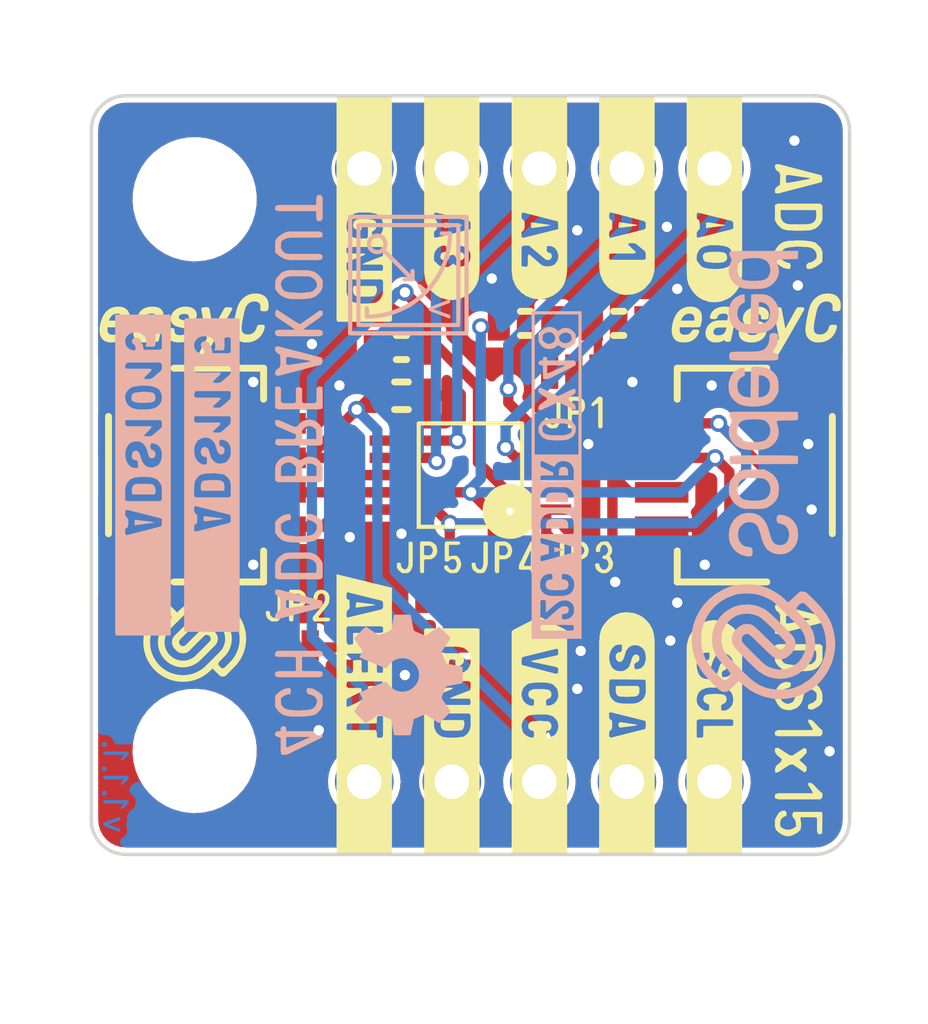
<source format=kicad_pcb>
(kicad_pcb (version 20211014) (generator pcbnew)
  (title_block (title "4CH ADC breakout ADS1x15") (date "2021-07-01") (rev "V1.1.1.") (company "SOLDERED") (comment 1 "333094"))
  (layers (0 "F.Cu" signal) (31 "B.Cu" signal) (34 "B.Paste" user) (35 "F.Paste" user) (36 "B.SilkS" user "B.Silkscreen") (37 "F.SilkS" user "F.Silkscreen") (38 "B.Mask" user) (39 "F.Mask" user) (44 "Edge.Cuts" user))
  (net 0 "")
  (net 1 "GND")
  (net 2 "VCC")
  (net 3 "Net-(JP1-Pad3)")
  (net 4 "Net-(JP1-Pad1)")
  (net 5 "ADDR")
  (net 6 "SDA")
  (net 7 "SCL")
  (net 8 "AIN0")
  (net 9 "AIN1")
  (net 10 "AIN2")
  (net 11 "AIN3")
  (net 12 "ALERT{slash}RDY")
  (footprint "e-radionica.com footprinti:0603C" (layer "F.Cu") (at 100.5 135.2)
    (fp_text reference "C1")
    (fp_text value "0.1uF")
    (pad "1" smd rect locked (at -0.73 0) (size 0.66 1) (layers "F.Cu" "F.Paste" "F.Mask") (net 2 "VCC"))
    (pad "2" smd rect locked (at 0.73 0) (size 0.66 1) (layers "F.Cu" "F.Paste" "F.Mask") (net 1 "GND"))
  )
  (footprint "e-radionica.com footprinti:easyC-connector" (layer "F.Cu") (at 110.2 137.5 -90)
    (fp_text reference "K4")
    (fp_text value "easyC-SMD")
    (pad "1" smd rect locked (at -1.5 2.15 270) (size 0.6 1.55) (layers "F.Cu" "F.Paste" "F.Mask") (net 7 "SCL"))
    (pad "2" smd rect locked (at -0.5 2.15 270) (size 0.6 1.55) (layers "F.Cu" "F.Paste" "F.Mask") (net 6 "SDA"))
    (pad "3" smd rect locked (at 0.5 2.15 270) (size 0.6 1.55) (layers "F.Cu" "F.Paste" "F.Mask") (net 2 "VCC"))
    (pad "4" smd rect locked (at 1.5 2.15 270) (size 0.6 1.55) (layers "F.Cu" "F.Paste" "F.Mask") (net 1 "GND"))
    (pad "5" smd rect locked (at 2.6 -2.15 270) (size 1.2 1.8) (layers "F.Cu" "F.Paste" "F.Mask") (net 1 "GND"))
    (pad "5" smd rect locked (at -2.6 -2.15 270) (size 1.2 1.8) (layers "F.Cu" "F.Paste" "F.Mask") (net 1 "GND"))
  )
  (footprint "e-radionica.com footprinti:0603R" (layer "F.Cu") (at 106.8 133.1)
    (fp_text reference "R2")
    (fp_text value "10k")
    (pad "1" smd rect locked (at -0.775 0 90) (size 1 0.64) (layers "F.Cu" "F.Paste" "F.Mask") (net 3 "Net-(JP1-Pad3)"))
    (pad "2" smd rect locked (at 0.775 0 90) (size 1 0.64) (layers "F.Cu" "F.Paste" "F.Mask") (net 7 "SCL"))
  )
  (footprint "buzzardLabel" (layer "F.Cu") (at 104.5 126.1 -90)
    (fp_text reference "" (at 0 0 90) (layer "F.SilkS") (effects (font (size 1.27 1.27))))
    (fp_text value "" (at 0 0 90) (layer "F.SilkS") (effects (font (size 1.27 1.27))))
  )
  (footprint "buzzardLabel" (layer "F.Cu") (at 97.5 141.3)
    (fp_text reference "" (at 0 0) (layer "F.SilkS") (effects (font (size 1.27 1.27))))
    (fp_text value "" (at 0 0) (layer "F.SilkS") (effects (font (size 1.27 1.27))))
  )
  (footprint "buzzardLabel" (layer "F.Cu") (at 101.96 148.9 -90)
    (fp_text reference "" (at 0 0 90) (layer "F.SilkS") (effects (font (size 1.27 1.27))))
    (fp_text value "" (at 0 0 90) (layer "F.SilkS") (effects (font (size 1.27 1.27))))
  )
  (footprint "buzzardLabel" (layer "F.Cu") (at 104.5 148.9 -90)
    (fp_text reference "" (at 0 0 90) (layer "F.SilkS") (effects (font (size 1.27 1.27))))
    (fp_text value "" (at 0 0 90) (layer "F.SilkS") (effects (font (size 1.27 1.27))))
  )
  (footprint "e-radionica.com footprinti:SMD_JUMPER_3_PAD_TRACE" (layer "F.Cu") (at 105.5 134.5)
    (fp_text reference "JP1")
    (fp_text value "SMD_JUMPER_3_PAD_TRACE")
    (fp_poly (pts (xy 0.45 0.05) (xy 0.25 0.05) (xy 0.25 -0.05) (xy 0.45 -0.05)) (layer "F.Cu") (width 0.1) (fill solid))
    (fp_poly (pts (xy -0.25 0.05) (xy -0.45 0.05) (xy -0.45 -0.05) (xy -0.25 -0.05)) (layer "F.Cu") (width 0.1) (fill solid))
    (pad "1" smd rect (at -0.7 0 180) (size 0.5 1) (layers "F.Cu" "F.Mask") (net 4 "Net-(JP1-Pad1)"))
    (pad "2" smd custom (at 0 0 180) (size 0.5 1) (layers "F.Cu" "F.Mask") (net 2 "VCC") (options (clearance outline) (anchor rect)) (primitives))
    (pad "3" smd rect (at 0.7 0 180) (size 0.5 1) (layers "F.Cu" "F.Mask") (net 3 "Net-(JP1-Pad3)"))
  )
  (footprint "Soldered Graphics:Logo-Front-Soldered-3mm" (layer "F.Cu") (at 94.5 142.3 -90)
    (fp_text reference "G***" hide)
    (fp_text value "LOGO" hide)
  )
  (footprint "buzzardLabel" (layer "F.Cu") (at 101.3 139.9)
    (fp_text reference "" (at 0 0) (layer "F.SilkS") (effects (font (size 1.27 1.27))))
    (fp_text value "" (at 0 0) (layer "F.SilkS") (effects (font (size 1.27 1.27))))
  )
  (footprint "buzzardLabel" (layer "F.Cu") (at 109.58 148.9 -90)
    (fp_text reference "" (at 0 0 90) (layer "F.SilkS") (effects (font (size 1.27 1.27))))
    (fp_text value "" (at 0 0 90) (layer "F.SilkS") (effects (font (size 1.27 1.27))))
  )
  (footprint "buzzardLabel" (layer "F.Cu") (at 101.96 126.1 -90)
    (fp_text reference "" (at 0 0 90) (layer "F.SilkS") (effects (font (size 1.27 1.27))))
    (fp_text value "" (at 0 0 90) (layer "F.SilkS") (effects (font (size 1.27 1.27))))
  )
  (footprint "buzzardLabel" (layer "F.Cu") (at 99.42 126.1 -90)
    (fp_text reference "" (at 0 0 90) (layer "F.SilkS") (effects (font (size 1.27 1.27))))
    (fp_text value "" (at 0 0 90) (layer "F.SilkS") (effects (font (size 1.27 1.27))))
  )
  (footprint "buzzardLabel" (layer "F.Cu") (at 107.04 126.1 -90)
    (fp_text reference "" (at 0 0 90) (layer "F.SilkS") (effects (font (size 1.27 1.27))))
    (fp_text value "" (at 0 0 90) (layer "F.SilkS") (effects (font (size 1.27 1.27))))
  )
  (footprint "Soldered Graphics:Logo-Back-OSH-3.5mm" (layer "F.Cu") (at 100.7 143.3 -90)
    (fp_text reference "G***" hide)
    (fp_text value "LOGO" hide)
  )
  (footprint "buzzardLabel" (layer "F.Cu") (at 99.42 148.9 -90)
    (fp_text reference "" (at 0 0 90) (layer "F.SilkS") (effects (font (size 1.27 1.27))))
    (fp_text value "" (at 0 0 90) (layer "F.SilkS") (effects (font (size 1.27 1.27))))
  )
  (footprint "buzzardLabel" (layer "F.Cu") (at 103.5 139.9)
    (fp_text reference "" (at 0 0) (layer "F.SilkS") (effects (font (size 1.27 1.27))))
    (fp_text value "" (at 0 0) (layer "F.SilkS") (effects (font (size 1.27 1.27))))
  )
  (footprint "Soldered Graphics:Logo-Back-SolderedFULL-13mm" (layer "F.Cu") (at 111 137.5 -90)
    (fp_text reference "REF**" hide)
    (fp_text value "Logo-Front-SolderedFULL-13mm" hide)
  )
  (footprint "e-radionica.com footprinti:FIDUCIAL_23" (layer "F.Cu") (at 93.5 137.5 -90)
    (fp_text reference "FD1")
    (fp_text value "FIDUCIAL")
    (fp_circle (center 0 0) (end 1 0) (layer "F.Cu") (width 0.2) (fill none))
    (pad "1" smd circle (at 0 0 270) (size 1 1) (layers "F.Cu" "F.Paste" "F.Mask") (clearance 1.1))
  )
  (footprint "Soldered Graphics:Logo-Front-easyC-5mm" (layer "F.Cu") (at 94.2 133.1)
    (fp_text reference "G***" hide)
    (fp_text value "LOGO" hide)
  )
  (footprint "e-radionica.com footprinti:0603R" (layer "F.Cu") (at 104.1 133.1)
    (fp_text reference "R3")
    (fp_text value "10k")
    (pad "1" smd rect locked (at -0.775 0 90) (size 1 0.64) (layers "F.Cu" "F.Paste" "F.Mask") (net 6 "SDA"))
    (pad "2" smd rect locked (at 0.775 0 90) (size 1 0.64) (layers "F.Cu" "F.Paste" "F.Mask") (net 4 "Net-(JP1-Pad1)"))
  )
  (footprint "buzzardLabel" (layer "F.Cu") (at 112 144.6 -90)
    (fp_text reference "" (at 0 0 90) (layer "F.SilkS") (effects (font (size 1.27 1.27))))
    (fp_text value "" (at 0 0 90) (layer "F.SilkS") (effects (font (size 1.27 1.27))))
  )
  (footprint "e-radionica.com footprinti:SMD_JUMPER_CONNECTED" (layer "F.Cu") (at 97.5 142.5 180)
    (fp_text reference "JP2")
    (fp_text value "0x48")
    (pad "1" smd rect locked (at -0.35 0 180) (size 0.5 1) (layers "F.Cu" "F.Paste" "F.Mask") (net 5 "ADDR"))
    (pad "2" smd rect locked (at 0.35 0 180) (size 0.5 1) (layers "F.Cu" "F.Paste" "F.Mask") (net 1 "GND"))
  )
  (footprint "buzzardLabel" (layer "F.Cu") (at 105.7 139.9)
    (fp_text reference "" (at 0 0) (layer "F.SilkS") (effects (font (size 1.27 1.27))))
    (fp_text value "" (at 0 0) (layer "F.SilkS") (effects (font (size 1.27 1.27))))
  )
  (footprint "e-radionica.com footprinti:0603R" (layer "F.Cu") (at 100.5 133.8 180)
    (fp_text reference "R1")
    (fp_text value "10k")
    (pad "1" smd rect locked (at -0.775 0 270) (size 1 0.64) (layers "F.Cu" "F.Paste" "F.Mask") (net 12 "ALERT{slash}RDY"))
    (pad "2" smd rect locked (at 0.775 0 270) (size 1 0.64) (layers "F.Cu" "F.Paste" "F.Mask") (net 2 "VCC"))
  )
  (footprint "buzzardLabel" (layer "F.Cu") (at 112 130 -90)
    (fp_text reference "" (at 0 0 90) (layer "F.SilkS") (effects (font (size 1.27 1.27))))
    (fp_text value "" (at 0 0 90) (layer "F.SilkS") (effects (font (size 1.27 1.27))))
  )
  (footprint "e-radionica.com footprinti:HOLE_3.2mm" (layer "F.Cu") (at 94.5 129.5 -90)
    (fp_text reference "H1" hide)
    (fp_text value "HOLE_3.2mm" hide)
    (pad "" np_thru_hole circle locked (at 0 0 270) (size 3.2 3.2) (drill 3.2) (layers F&B.Cu *.Mask))
  )
  (footprint "buzzardLabel" (layer "F.Cu") (at 109.58 126.1 -90)
    (fp_text reference "" (at 0 0 90) (layer "F.SilkS") (effects (font (size 1.27 1.27))))
    (fp_text value "" (at 0 0 90) (layer "F.SilkS") (effects (font (size 1.27 1.27))))
  )
  (footprint "e-radionica.com footprinti:SMD_JUMPER" (layer "F.Cu") (at 105.5 141)
    (fp_text reference "JP3")
    (fp_text value "0x49")
    (pad "1" smd rect locked (at -0.35 0) (size 0.5 1) (layers "F.Cu" "F.Paste" "F.Mask") (net 5 "ADDR"))
    (pad "2" smd rect locked (at 0.35 0) (size 0.5 1) (layers "F.Cu" "F.Paste" "F.Mask") (net 2 "VCC"))
  )
  (footprint "buzzardLabel" (layer "F.Cu") (at 107.04 148.9 -90)
    (fp_text reference "" (at 0 0 90) (layer "F.SilkS") (effects (font (size 1.27 1.27))))
    (fp_text value "" (at 0 0 90) (layer "F.SilkS") (effects (font (size 1.27 1.27))))
  )
  (footprint "e-radionica.com footprinti:SMD_JUMPER" (layer "F.Cu") (at 103.5 141 180)
    (fp_text reference "JP4")
    (fp_text value "0x4A")
    (pad "1" smd rect locked (at -0.35 0 180) (size 0.5 1) (layers "F.Cu" "F.Paste" "F.Mask") (net 5 "ADDR"))
    (pad "2" smd rect locked (at 0.35 0 180) (size 0.5 1) (layers "F.Cu" "F.Paste" "F.Mask") (net 6 "SDA"))
  )
  (footprint "e-radionica.com footprinti:HOLE_3.2mm" (layer "F.Cu") (at 94.5 145.5 -90)
    (fp_text reference "H2" hide)
    (fp_text value "HOLE_3.2mm" hide)
    (pad "" np_thru_hole circle locked (at 0 0 270) (size 3.2 3.2) (drill 3.2) (layers F&B.Cu *.Mask))
  )
  (footprint "e-radionica.com footprinti:SMD_JUMPER" (layer "F.Cu") (at 101.5 141 180)
    (fp_text reference "JP5")
    (fp_text value "0x4B")
    (pad "1" smd rect locked (at -0.35 0 180) (size 0.5 1) (layers "F.Cu" "F.Paste" "F.Mask") (net 5 "ADDR"))
    (pad "2" smd rect locked (at 0.35 0 180) (size 0.5 1) (layers "F.Cu" "F.Paste" "F.Mask") (net 7 "SCL"))
  )
  (footprint "Soldered Graphics:Logo-Front-easyC-5mm" (layer "F.Cu") (at 110.8 133.1)
    (fp_text reference "G***" hide)
    (fp_text value "LOGO" hide)
  )
  (footprint "e-radionica.com footprinti:easyC-connector" (layer "F.Cu") (at 94.8 137.5 90)
    (fp_text reference "K3")
    (fp_text value "easyC-SMD")
    (pad "1" smd rect locked (at -1.5 2.15 90) (size 0.6 1.55) (layers "F.Cu" "F.Paste" "F.Mask") (net 7 "SCL"))
    (pad "2" smd rect locked (at -0.5 2.15 90) (size 0.6 1.55) (layers "F.Cu" "F.Paste" "F.Mask") (net 6 "SDA"))
    (pad "3" smd rect locked (at 0.5 2.15 90) (size 0.6 1.55) (layers "F.Cu" "F.Paste" "F.Mask") (net 2 "VCC"))
    (pad "4" smd rect locked (at 1.5 2.15 90) (size 0.6 1.55) (layers "F.Cu" "F.Paste" "F.Mask") (net 1 "GND"))
    (pad "5" smd rect locked (at 2.6 -2.15 90) (size 1.2 1.8) (layers "F.Cu" "F.Paste" "F.Mask") (net 1 "GND"))
    (pad "5" smd rect locked (at -2.6 -2.15 90) (size 1.2 1.8) (layers "F.Cu" "F.Paste" "F.Mask") (net 1 "GND"))
  )
  (footprint "e-radionica.com footprinti:VSSOP" (layer "F.Cu") (at 102.5 137.5 180)
    (fp_text reference "U1")
    (fp_text value "ADS1115")
    (pad "1" smd rect locked (at -2.2 -1 180) (size 1.45 0.3) (layers "F.Cu" "F.Paste" "F.Mask") (net 5 "ADDR"))
    (pad "2" smd rect locked (at -2.2 -0.5 180) (size 1.45 0.3) (layers "F.Cu" "F.Paste" "F.Mask") (net 12 "ALERT{slash}RDY"))
    (pad "3" smd rect locked (at -2.2 0 180) (size 1.45 0.3) (layers "F.Cu" "F.Paste" "F.Mask") (net 1 "GND"))
    (pad "4" smd rect locked (at -2.2 0.5 180) (size 1.45 0.3) (layers "F.Cu" "F.Paste" "F.Mask") (net 8 "AIN0"))
    (pad "5" smd rect locked (at -2.2 1 180) (size 1.45 0.3) (layers "F.Cu" "F.Paste" "F.Mask") (net 9 "AIN1"))
    (pad "6" smd rect locked (at 2.2 1 180) (size 1.45 0.3) (layers "F.Cu" "F.Paste" "F.Mask") (net 10 "AIN2"))
    (pad "7" smd rect locked (at 2.2 0.5 180) (size 1.45 0.3) (layers "F.Cu" "F.Paste" "F.Mask") (net 11 "AIN3"))
    (pad "8" smd rect locked (at 2.2 0 180) (size 1.45 0.3) (layers "F.Cu" "F.Paste" "F.Mask") (net 2 "VCC"))
    (pad "9" smd rect locked (at 2.2 -0.5 180) (size 1.45 0.3) (layers "F.Cu" "F.Paste" "F.Mask") (net 6 "SDA"))
    (pad "10" smd rect locked (at 2.2 -1 180) (size 1.45 0.3) (layers "F.Cu" "F.Paste" "F.Mask") (net 7 "SCL"))
  )
  (footprint "buzzardLabel" (layer "F.Cu") (at 105.5 135.7)
    (fp_text reference "" (at 0 0) (layer "F.SilkS") (effects (font (size 1.27 1.27))))
    (fp_text value "" (at 0 0) (layer "F.SilkS") (effects (font (size 1.27 1.27))))
  )
  (footprint "Soldered Graphics:Symbol-Front-I2C-ADDR-Field" (layer "B.Cu") (at 105 137.5 90)
    (fp_text reference "REF**" hide)
    (fp_text value "Symbol-Front-I2C-ADDR-Field" hide)
  )
  (footprint "buzzardLabel" (layer "B.Cu") (at 105 134.85 90)
    (fp_text reference "" (at 0 0 90) (layer "B.SilkS") (effects (font (size 1.27 1.27)) (justify mirror)))
    (fp_text value "" (at 0 0 90) (layer "B.SilkS") (effects (font (size 1.27 1.27)) (justify mirror)))
  )
  (footprint "buzzardLabel" (layer "B.Cu") (at 95 137.5 90)
    (fp_text reference "" (at 0 0 90) (layer "B.SilkS") (effects (font (size 1.27 1.27)) (justify mirror)))
    (fp_text value "" (at 0 0 90) (layer "B.SilkS") (effects (font (size 1.27 1.27)) (justify mirror)))
  )
  (footprint "buzzardLabel" (layer "B.Cu") (at 97.5 137.5 90)
    (fp_text reference "" (at 0 0 90) (layer "B.SilkS") (effects (font (size 1.27 1.27)) (justify mirror)))
    (fp_text value "" (at 0 0 90) (layer "B.SilkS") (effects (font (size 1.27 1.27)) (justify mirror)))
  )
  (footprint "e-radionica.com footprinti:HEADER_MALE_1X1" (layer "B.Cu") (at 99.42 146.39 90)
    (fp_text reference "K5")
    (fp_text value "HEADER_MALE_1X1")
    (pad "1" thru_hole circle locked (at 0 0 90) (size 1.7 1.7) (drill 1) (layers *.Cu *.Mask) (net 12 "ALERT{slash}RDY"))
  )
  (footprint "e-radionica.com footprinti:HEADER_MALE_5X1" (layer "B.Cu") (at 104.5 128.61)
    (fp_text reference "K1")
    (fp_text value "HEADER_MALE_5X1")
    (pad "1" thru_hole circle locked (at -5.08 0) (size 1.7 1.7) (drill 1) (layers *.Cu *.Mask) (net 1 "GND"))
    (pad "2" thru_hole circle locked (at -2.54 0) (size 1.7 1.7) (drill 1) (layers *.Cu *.Mask) (net 11 "AIN3"))
    (pad "3" thru_hole circle locked (at 0 0) (size 1.7 1.7) (drill 1) (layers *.Cu *.Mask) (net 10 "AIN2"))
    (pad "4" thru_hole circle locked (at 2.54 0) (size 1.7 1.7) (drill 1) (layers *.Cu *.Mask) (net 9 "AIN1"))
    (pad "5" thru_hole circle locked (at 5.08 0) (size 1.7 1.7) (drill 1) (layers *.Cu *.Mask) (net 8 "AIN0"))
  )
  (footprint "Soldered Graphics:Symbol-Front-Voltmeter" (layer "B.Cu") (at 100.7 131.7 90)
    (fp_text reference "G***" hide)
    (fp_text value "LOGO" hide)
  )
  (footprint "e-radionica.com footprinti:HEADER_MALE_4X1" (layer "B.Cu") (at 105.77 146.39)
    (fp_text reference "K2")
    (fp_text value "HEADER_MALE_4X1")
    (pad "1" thru_hole circle locked (at -3.81 0) (size 1.7 1.7) (drill 1) (layers *.Cu *.Mask) (net 1 "GND"))
    (pad "2" thru_hole circle locked (at -1.27 0) (size 1.7 1.7) (drill 1) (layers *.Cu *.Mask) (net 2 "VCC"))
    (pad "3" thru_hole circle locked (at 1.27 0) (size 1.7 1.7) (drill 1) (layers *.Cu *.Mask) (net 6 "SDA"))
    (pad "4" thru_hole circle locked (at 3.81 0) (size 1.7 1.7) (drill 1) (layers *.Cu *.Mask) (net 7 "SCL"))
  )
  (footprint "Soldered Graphics:Version1.1.1." (layer "B.Cu") (at 92.2 146.5 90)
    (fp_text reference "REF**" hide)
    (fp_text value "Version1.1.1." hide)
    (fp_poly (pts (xy -0.5 -0.35) (xy -0.44 -0.35) (xy -0.43 -0.31) (xy -0.43 0.35) (xy -0.46 0.38) (xy -0.52 0.38) (xy -0.55 0.34) (xy -0.67 0.22) (xy -0.68 0.17) (xy -0.65 0.16) (xy -0.56 0.22) (xy -0.52 0.23) (xy -0.52 -0.31) (xy -0.5 -0.35)) (layer "B.Cu") (width 0.01) (fill solid))
    (fp_poly (pts (xy 0.43 -0.38) (xy 0.48 -0.38) (xy 0.54 -0.37) (xy 0.54 -0.33) (xy 0.54 -0.27) (xy 0.5 -0.26) (xy 0.45 -0.26) (xy 0.42 -0.29) (xy 0.42 -0.34) (xy 0.43 -0.38)) (layer "B.Cu") (width 0.01) (fill solid))
    (fp_poly (pts (xy 0.21 -0.35) (xy 0.26 -0.35) (xy 0.28 -0.31) (xy 0.28 0.35) (xy 0.24 0.38) (xy 0.19 0.38) (xy 0.15 0.34) (xy 0.04 0.22) (xy 0.02 0.17) (xy 0.05 0.16) (xy 0.14 0.22) (xy 0.18 0.23) (xy 0.18 -0.31) (xy 0.21 -0.35)) (layer "B.Cu") (width 0.01) (fill solid))
    (fp_poly (pts (xy 0.91 -0.35) (xy 0.96 -0.35) (xy 0.98 -0.31) (xy 0.98 0.35) (xy 0.95 0.38) (xy 0.89 0.38) (xy 0.86 0.34) (xy 0.74 0.22) (xy 0.73 0.17) (xy 0.76 0.16) (xy 0.85 0.22) (xy 0.89 0.23) (xy 0.89 -0.31) (xy 0.91 -0.35)) (layer "B.Cu") (width 0.01) (fill solid))
    (fp_poly (pts (xy -0.27 -0.38) (xy -0.22 -0.38) (xy -0.17 -0.37) (xy -0.16 -0.33) (xy -0.16 -0.27) (xy -0.21 -0.26) (xy -0.26 -0.26) (xy -0.29 -0.29) (xy -0.29 -0.34) (xy -0.27 -0.38)) (layer "B.Cu") (width 0.01) (fill solid))
    (fp_poly (pts (xy 1.14 -0.38) (xy 1.19 -0.38) (xy 1.24 -0.37) (xy 1.25 -0.33) (xy 1.25 -0.27) (xy 1.2 -0.26) (xy 1.15 -0.26) (xy 1.12 -0.29) (xy 1.12 -0.34) (xy 1.14 -0.38)) (layer "B.Cu") (width 0.01) (fill solid))
    (fp_poly (pts (xy -1.15 -0.35) (xy -1.1 -0.35) (xy -1.07 -0.31) (xy -0.92 0.1) (xy -0.94 0.13) (xy -0.99 0.13) (xy -1.02 0.1) (xy -1.11 -0.16) (xy -1.13 -0.21) (xy -1.15 -0.17) (xy -1.24 0.09) (xy -1.26 0.13) (xy -1.32 0.13) (xy -1.34 0.1) (xy -1.18 -0.31) (xy -1.15 -0.35)) (layer "B.Cu") (width 0.01) (fill solid))
  )
  (footprint "buzzardLabel" (layer "B.Cu") (at 93 137.5 90)
    (fp_text reference "" (at 0 0 90) (layer "B.SilkS") (effects (font (size 1.27 1.27)) (justify mirror)))
    (fp_text value "" (at 0 0 90) (layer "B.SilkS") (effects (font (size 1.27 1.27)) (justify mirror)))
  )
  (gr_arc (start 112.5 126.5) (mid 113.207107 126.792893) (end 113.5 127.5) (layer "Edge.Cuts") (width 0.1))
  (gr_line (start 92.5 126.5) (end 112.5 126.5) (layer "Edge.Cuts") (width 0.1))
  (gr_arc (start 91.5 127.5) (mid 91.792893 126.792893) (end 92.5 126.5) (layer "Edge.Cuts") (width 0.1))
  (gr_line (start 113.5 127.5) (end 113.5 147.5) (layer "Edge.Cuts") (width 0.1))
  (gr_arc (start 92.5 148.5) (mid 91.792893 148.207107) (end 91.5 147.5) (layer "Edge.Cuts") (width 0.1))
  (gr_arc (start 113.5 147.5) (mid 113.207107 148.207107) (end 112.5 148.5) (layer "Edge.Cuts") (width 0.1))
  (gr_line (start 112.5 148.5) (end 92.5 148.5) (layer "Edge.Cuts") (width 0.1))
  (gr_line (start 91.5 147.5) (end 91.5 127.5) (layer "Edge.Cuts") (width 0.1))
  (via (at 107.2 134.8) (size 0.5) (drill 0.3) (layers "F.Cu" "B.Cu") (net 1))
  (via (at 105.6 130.4) (size 0.5) (drill 0.3) (layers "F.Cu" "B.Cu") (net 1))
  (via (at 111.9 127.8) (size 0.5) (drill 0.3) (layers "F.Cu" "B.Cu") (net 1))
  (via (at 112.4 138.5) (size 0.5) (drill 0.3) (layers "F.Cu" "B.Cu") (net 1))
  (via (at 112 132) (size 0.5) (drill 0.3) (layers "F.Cu" "B.Cu") (net 1))
  (via (at 99 139.3) (size 0.5) (drill 0.3) (layers "F.Cu" "B.Cu") (net 1))
  (via (at 112.3 136.6) (size 0.5) (drill 0.3) (layers "F.Cu" "B.Cu") (net 1))
  (via (at 98.1 144.9) (size 0.5) (drill 0.3) (layers "F.Cu" "B.Cu") (net 1))
  (via (at 105.7 142.6) (size 0.5) (drill 0.3) (layers "F.Cu" "B.Cu") (net 1))
  (via (at 109.5 134.9) (size 0.5) (drill 0.3) (layers "F.Cu" "B.Cu") (net 1))
  (via (at 105.92 136.6) (size 0.5) (drill 0.3) (layers "F.Cu" "B.Cu") (net 1))
  (via (at 109.3 140.1) (size 0.5) (drill 0.3) (layers "F.Cu" "B.Cu") (net 1))
  (via (at 108.5 141.2) (size 0.5) (drill 0.3) (layers "F.Cu" "B.Cu") (net 1))
  (via (at 100.6 143.3) (size 0.5) (drill 0.3) (layers "F.Cu" "B.Cu") (net 1))
  (via (at 96.2 134.8) (size 0.5) (drill 0.3) (layers "F.Cu" "B.Cu") (net 1))
  (via (at 97.9 133.7) (size 0.5) (drill 0.3) (layers "F.Cu" "B.Cu") (net 1))
  (via (at 98.7 134.9) (size 0.5) (drill 0.3) (layers "F.Cu" "B.Cu") (net 1))
  (via (at 108.3 142.3) (size 0.5) (drill 0.3) (layers "F.Cu" "B.Cu") (net 1))
  (via (at 106.7 140.6) (size 0.5) (drill 0.3) (layers "F.Cu" "B.Cu") (net 1))
  (via (at 108.2 130.3) (size 0.5) (drill 0.3) (layers "F.Cu" "B.Cu") (net 1))
  (via (at 96.2 140.1) (size 0.5) (drill 0.3) (layers "F.Cu" "B.Cu") (net 1))
  (via (at 100.5 139.2) (size 0.5) (drill 0.3) (layers "F.Cu" "B.Cu") (net 1))
  (via (at 105.6 143.7) (size 0.5) (drill 0.3) (layers "F.Cu" "B.Cu") (net 1))
  (via (at 103.12 131.8) (size 0.5) (drill 0.3) (layers "F.Cu" "B.Cu") (net 1))
  (via (at 112.92 145.51) (size 0.5) (drill 0.3) (layers "F.Cu" "B.Cu") (net 1))
  (via (at 108.5 132.1) (size 0.5) (drill 0.3) (layers "F.Cu" "B.Cu") (net 1))
  (segment (start 106.62 137.5) (end 106.62 136.32) (width 0.3) (layer "F.Cu") (net 2))
  (segment (start 105.85 141) (end 106.2 141) (width 0.3) (layer "F.Cu") (net 2))
  (segment (start 104.5 145.7) (end 104.5 146.39) (width 0.3) (layer "F.Cu") (net 2))
  (segment (start 106.62 139.4) (end 107.4 140.18) (width 0.3) (layer "F.Cu") (net 2))
  (segment (start 107.4 142.8) (end 104.5 145.7) (width 0.3) (layer "F.Cu") (net 2))
  (segment (start 106.62 137.5) (end 106.62 139.4) (width 0.3) (layer "F.Cu") (net 2))
  (segment (start 106.62 136.32) (end 105.5 135.2) (width 0.3) (layer "F.Cu") (net 2))
  (segment (start 99 137.5) (end 100.3 137.5) (width 0.3) (layer "F.Cu") (net 2))
  (segment (start 104.5 146.5) (end 104.5 147) (width 0.3) (layer "F.Cu") (net 2))
  (segment (start 108.05 138) (end 107.12 138) (width 0.3) (layer "F.Cu") (net 2))
  (segment (start 107.12 138) (end 106.62 137.5) (width 0.3) (layer "F.Cu") (net 2))
  (segment (start 107.4 142.2) (end 107.4 142.8) (width 0.3) (layer "F.Cu") (net 2))
  (segment (start 97.77 137) (end 96.65 137) (width 0.3) (layer "F.Cu") (net 2))
  (segment (start 99.725 133.8) (end 99.725 135.155) (width 0.25) (layer "F.Cu") (net 2))
  (segment (start 99.2 135.6) (end 97.8 137) (width 0.3) (layer "F.Cu") (net 2))
  (segment (start 98.5 137) (end 99 137.5) (width 0.3) (layer "F.Cu") (net 2))
  (segment (start 97.8 137) (end 96.95 137) (width 0.3) (layer "F.Cu") (net 2))
  (segment (start 96.65 137) (end 98.5 137) (width 0.3) (layer "F.Cu") (net 2))
  (segment (start 99.77 135.2) (end 99.6 135.2) (width 0.25) (layer "F.Cu") (net 2))
  (segment (start 107.4 140.18) (end 107.4 142.2) (width 0.3) (layer "F.Cu") (net 2))
  (segment (start 99.725 135.155) (end 99.77 135.2) (width 0.25) (layer "F.Cu") (net 2))
  (segment (start 105.5 135.2) (end 105.5 134.5) (width 0.3) (layer "F.Cu") (net 2))
  (segment (start 99.6 135.2) (end 99.2 135.6) (width 0.25) (layer "F.Cu") (net 2))
  (segment (start 106.2 141) (end 107.4 142.2) (width 0.3) (layer "F.Cu") (net 2))
  (via (at 99.2 135.6) (size 0.5) (drill 0.3) (layers "F.Cu" "B.Cu") (net 2))
  (segment (start 104.5 145.2) (end 104.5 146.39) (width 0.3) (layer "B.Cu") (net 2))
  (segment (start 99.8 136.2) (end 99.8 140.5) (width 0.3) (layer "B.Cu") (net 2))
  (segment (start 99.8 140.5) (end 104.5 145.2) (width 0.3) (layer "B.Cu") (net 2))
  (segment (start 99.2 135.6) (end 99.8 136.2) (width 0.3) (layer "B.Cu") (net 2))
  (segment (start 106.2 133.275) (end 106.025 133.1) (width 0.25) (layer "F.Cu") (net 3))
  (segment (start 106.2 134.5) (end 106.2 133.275) (width 0.25) (layer "F.Cu") (net 3))
  (segment (start 104.8 134.5) (end 104.8 133.175) (width 0.25) (layer "F.Cu") (net 4))
  (segment (start 104.8 133.175) (end 104.875 133.1) (width 0.25) (layer "F.Cu") (net 4))
  (segment (start 104.7 139.2) (end 105.15 139.65) (width 0.3) (layer "F.Cu") (net 5))
  (segment (start 97.85 142.5) (end 102.2 142.5) (width 0.3) (layer "F.Cu") (net 5))
  (segment (start 103.85 141.55) (end 103.85 141) (width 0.3) (layer "F.Cu") (net 5))
  (segment (start 101.85 142.15) (end 102.2 142.5) (width 0.3) (layer "F.Cu") (net 5))
  (segment (start 102.9 142.5) (end 103.4 142) (width 0.3) (layer "F.Cu") (net 5))
  (segment (start 102.2 142.5) (end 102.9 142.5) (width 0.3) (layer "F.Cu") (net 5))
  (segment (start 103.85 141) (end 105.15 141) (width 0.3) (layer "F.Cu") (net 5))
  (segment (start 101.85 141) (end 101.85 142.15) (width 0.3) (layer "F.Cu") (net 5))
  (segment (start 104.7 138.5) (end 104.7 139.2) (width 0.3) (layer "F.Cu") (net 5))
  (segment (start 105.15 139.65) (end 105.15 141) (width 0.3) (layer "F.Cu") (net 5))
  (segment (start 103.4 142) (end 103.85 141.55) (width 0.3) (layer "F.Cu") (net 5))
  (segment (start 110.011999 142.488001) (end 107.04 145.46) (width 0.3) (layer "F.Cu") (net 6))
  (segment (start 96.65 138) (end 100.3 138) (width 0.3) (layer "F.Cu") (net 6))
  (segment (start 100.3 138) (end 102.52 138) (width 0.3) (layer "F.Cu") (net 6))
  (segment (start 109.6 137) (end 110.011999 137.411999) (width 0.3) (layer "F.Cu") (net 6))
  (segment (start 110.011999 137.411999) (end 110.011999 142.488001) (width 0.3) (layer "F.Cu") (net 6))
  (segment (start 108.35 137) (end 107.4 137) (width 0.3) (layer "F.Cu") (net 6))
  (segment (start 108.35 137) (end 109.6 137) (width 0.3) (layer "F.Cu") (net 6))
  (segment (start 103.15 141) (end 103.15 138.63) (width 0.3) (layer "F.Cu") (net 6))
  (segment (start 103.15 138.63) (end 102.52 138) (width 0.3) (layer "F.Cu") (net 6))
  (via (at 102.52 138) (size 0.5) (drill 0.3) (layers "F.Cu" "B.Cu") (net 6))
  (via (at 109.6 137) (size 0.5) (drill 0.3) (layers "F.Cu" "B.Cu") (net 6))
  (via (at 102.8 133.2) (size 0.5) (drill 0.3) (layers "F.Cu" "B.Cu") (net 6))
  (segment (start 102.8 133.2) (end 102.8 137.6) (width 0.3) (layer "B.Cu") (net 6))
  (segment (start 102.4 138) (end 102.52 138) (width 0.3) (layer "B.Cu") (net 6))
  (segment (start 109.6 137) (end 108.6 138) (width 0.3) (layer "B.Cu") (net 6))
  (segment (start 108.6 138) (end 102.52 138) (width 0.3) (layer "B.Cu") (net 6))
  (segment (start 102.8 137.6) (end 102.4 138) (width 0.3) (layer "B.Cu") (net 6))
  (segment (start 109.7 136) (end 108.35 136) (width 0.3) (layer "F.Cu") (net 7))
  (segment (start 98.7 138.5) (end 98.2 139) (width 0.3) (layer "F.Cu") (net 7))
  (segment (start 101.5 138.5) (end 100.3 138.5) (width 0.3) (layer "F.Cu") (net 7))
  (segment (start 96.65 139) (end 97.5 139) (width 0.3) (layer "F.Cu") (net 7))
  (segment (start 101.9 138.9) (end 101.9 139.4) (width 0.3) (layer "F.Cu") (net 7))
  (segment (start 101.9 138.9) (end 101.5 138.5) (width 0.3) (layer "F.Cu") (net 7))
  (segment (start 109.58 146.39) (end 111.000001 144.969999) (width 0.3) (layer "F.Cu") (net 7))
  (segment (start 108.05 133.575) (end 107.575 133.1) (width 0.25) (layer "F.Cu") (net 7))
  (segment (start 111.000001 137.300001) (end 109.7 136) (width 0.3) (layer "F.Cu") (net 7))
  (segment (start 98.2 139) (end 96.65 139) (width 0.3) (layer "F.Cu") (net 7))
  (segment (start 101.15 140.15) (end 101.15 141) (width 0.3) (layer "F.Cu") (net 7))
  (segment (start 108.05 136) (end 108.05 133.575) (width 0.25) (layer "F.Cu") (net 7))
  (segment (start 100.3 138.5) (end 98.7 138.5) (width 0.3) (layer "F.Cu") (net 7))
  (segment (start 101.9 139.4) (end 101.15 140.15) (width 0.3) (layer "F.Cu") (net 7))
  (segment (start 111.000001 144.969999) (end 111.000001 137.300001) (width 0.3) (layer "F.Cu") (net 7))
  (via (at 101.9 138.9) (size 0.5) (drill 0.3) (layers "F.Cu" "B.Cu") (net 7))
  (via (at 109.7 136) (size 0.5) (drill 0.3) (layers "F.Cu" "B.Cu") (net 7))
  (segment (start 109.7 136) (end 110.5 136.8) (width 0.3) (layer "B.Cu") (net 7))
  (segment (start 110.5 136.8) (end 110.5 137.4) (width 0.3) (layer "B.Cu") (net 7))
  (segment (start 101.9 138.9) (end 109 138.9) (width 0.3) (layer "B.Cu") (net 7))
  (segment (start 110.5 137.4) (end 109 138.9) (width 0.3) (layer "B.Cu") (net 7))
  (segment (start 103.82 137) (end 103.52 136.7) (width 0.3) (layer "F.Cu") (net 8))
  (segment (start 104.7 137) (end 103.82 137) (width 0.3) (layer "F.Cu") (net 8))
  (via (at 103.52 136.7) (size 0.5) (drill 0.3) (layers "F.Cu" "B.Cu") (net 8))
  (segment (start 109.58 130.02) (end 103.52 136.08) (width 0.3) (layer "B.Cu") (net 8))
  (segment (start 109.58 128.02) (end 109.58 128) (width 0.3) (layer "B.Cu") (net 8))
  (segment (start 109.58 130.02) (end 109.58 128.61) (width 0.3) (layer "B.Cu") (net 8))
  (segment (start 103.52 136.08) (end 103.52 136.7) (width 0.3) (layer "B.Cu") (net 8))
  (segment (start 103.6 135) (end 103.6 135.4) (width 0.3) (layer "F.Cu") (net 9))
  (segment (start 104.2 136) (end 104.7 136.5) (width 0.3) (layer "F.Cu") (net 9))
  (segment (start 103.6 135.4) (end 104.2 136) (width 0.3) (layer "F.Cu") (net 9))
  (via (at 103.6 135) (size 0.5) (drill 0.3) (layers "F.Cu" "B.Cu") (net 9))
  (segment (start 107.04 130.28) (end 107.04 128.61) (width 0.3) (layer "B.Cu") (net 9))
  (segment (start 103.6 135) (end 103.6 133.72) (width 0.3) (layer "B.Cu") (net 9))
  (segment (start 103.6 133.72) (end 107.04 130.28) (width 0.3) (layer "B.Cu") (net 9))
  (segment (start 100.3 136.5) (end 102.12 136.5) (width 0.3) (layer "F.Cu") (net 10))
  (via (at 102.12 136.5) (size 0.5) (drill 0.3) (layers "F.Cu" "B.Cu") (net 10))
  (segment (start 102.12 132) (end 102.12 132.22) (width 0.3) (layer "B.Cu") (net 10))
  (segment (start 102.12 132.22) (end 102.12 131.88) (width 0.3) (layer "B.Cu") (net 10))
  (segment (start 102.12 131.88) (end 104.5 129.5) (width 0.3) (layer "B.Cu") (net 10))
  (segment (start 102.12 132.22) (end 102.12 136.5) (width 0.3) (layer "B.Cu") (net 10))
  (segment (start 104.5 129.5) (end 104.5 128.61) (width 0.3) (layer "B.Cu") (net 10))
  (segment (start 101.42 137) (end 101.52 137.1) (width 0.3) (layer "F.Cu") (net 11))
  (segment (start 100.3 137) (end 101.42 137) (width 0.3) (layer "F.Cu") (net 11))
  (via (at 101.52 137.1) (size 0.5) (drill 0.3) (layers "F.Cu" "B.Cu") (net 11))
  (segment (start 101.5 137.08) (end 101.5 129.07) (width 0.3) (layer "B.Cu") (net 11))
  (segment (start 101.5 129.07) (end 101.96 128.61) (width 0.3) (layer "B.Cu") (net 11))
  (segment (start 101.52 137.1) (end 101.5 137.08) (width 0.3) (layer "B.Cu") (net 11))
  (segment (start 102.72 137.131998) (end 103.588002 138) (width 0.3) (layer "F.Cu") (net 12))
  (segment (start 103.588002 138) (end 104.7 138) (width 0.3) (layer "F.Cu") (net 12))
  (segment (start 101.575 133.8) (end 101.275 133.8) (width 0.3) (layer "F.Cu") (net 12))
  (segment (start 100.6 132.2) (end 101.275 132.875) (width 0.3) (layer "F.Cu") (net 12))
  (segment (start 101.275 132.875) (end 101.275 133.8) (width 0.3) (layer "F.Cu") (net 12))
  (segment (start 102.72 134.945) (end 101.575 133.8) (width 0.3) (layer "F.Cu") (net 12))
  (segment (start 102.72 134.945) (end 102.72 137.131998) (width 0.3) (layer "F.Cu") (net 12))
  (via (at 100.6 132.2) (size 0.5) (drill 0.3) (layers "F.Cu" "B.Cu") (net 12))
  (segment (start 97.9 142.2) (end 99.42 143.72) (width 0.3) (layer "B.Cu") (net 12))
  (segment (start 97.9 134.7) (end 97.9 142.2) (width 0.3) (layer "B.Cu") (net 12))
  (segment (start 99.42 143.72) (end 99.42 146.39) (width 0.3) (layer "B.Cu") (net 12))
  (segment (start 100.6 132.2) (end 100.4 132.2) (width 0.3) (layer "B.Cu") (net 12))
  (segment (start 100.4 132.2) (end 97.9 134.7) (width 0.3) (layer "B.Cu") (net 12))
  (zone (net 1) (net_name "GND") (layers F&B.Cu) (connect_pads (clearance 0.2)) (min_thickness 0.3) (fill yes (thermal_gap 0.1) (thermal_bridge_width 0.3))
    (polygon (pts (xy 91.5 148.5) (xy 91.5 126.5) (xy 113.5 126.5) (xy 113.5 148.5)))
  )
)
</source>
